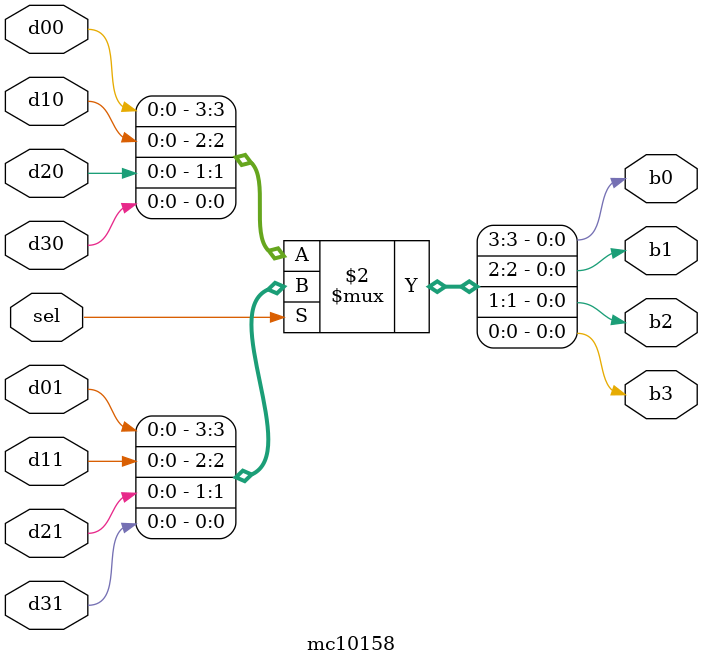
<source format=sv>
module mc10158(input bit d00,d01, d10,d11, d20,d21, d30,d31,
	       sel,
	       output bit b0, b1, b2, b3);

  always_comb {b0,b1,b2,b3} = sel ? {d01,d11,d21,d31} : {d00,d10,d20,d30};
endmodule

</source>
